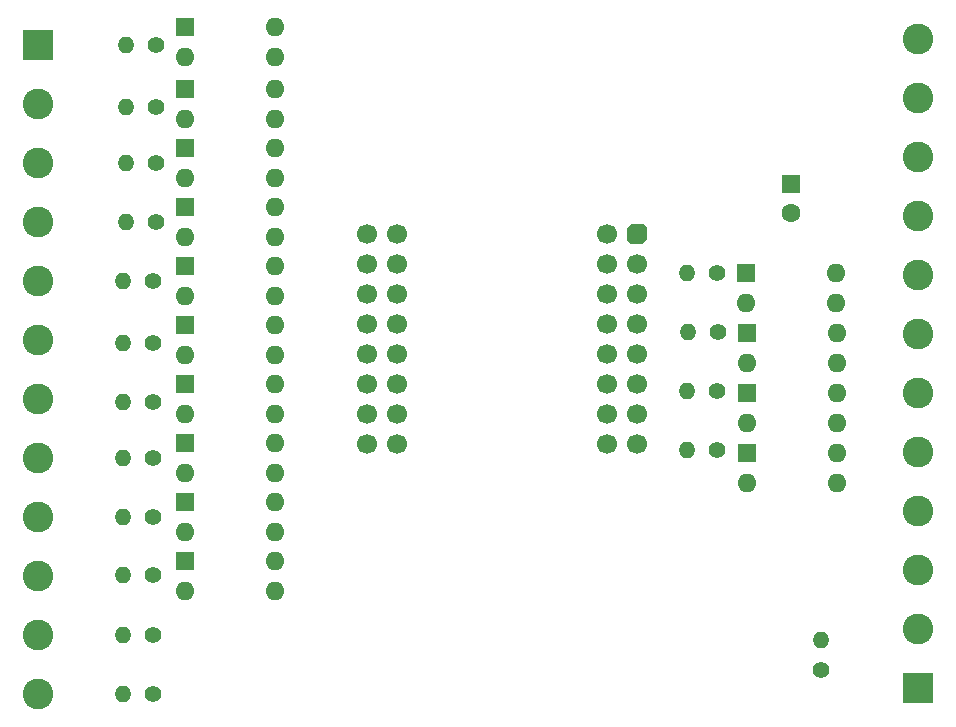
<source format=gbr>
%TF.GenerationSoftware,KiCad,Pcbnew,7.0.6*%
%TF.CreationDate,2023-09-04T23:14:40+02:00*%
%TF.ProjectId,ESP32RIO,45535033-3252-4494-9f2e-6b696361645f,rev?*%
%TF.SameCoordinates,Original*%
%TF.FileFunction,Soldermask,Bot*%
%TF.FilePolarity,Negative*%
%FSLAX46Y46*%
G04 Gerber Fmt 4.6, Leading zero omitted, Abs format (unit mm)*
G04 Created by KiCad (PCBNEW 7.0.6) date 2023-09-04 23:14:40*
%MOMM*%
%LPD*%
G01*
G04 APERTURE LIST*
G04 Aperture macros list*
%AMFreePoly0*
4,1,19,-0.850000,0.255000,-0.829726,0.408997,-0.770285,0.552500,-0.675729,0.675729,-0.552500,0.770285,-0.408997,0.829726,-0.255000,0.850000,0.510000,0.850000,0.850000,0.510000,0.850000,-0.255000,0.829726,-0.408997,0.770285,-0.552500,0.675729,-0.675729,0.552500,-0.770285,0.408997,-0.829726,0.255000,-0.850000,-0.510000,-0.850000,-0.850000,-0.510000,-0.850000,0.255000,-0.850000,0.255000,
$1*%
G04 Aperture macros list end*
%ADD10C,1.600000*%
%ADD11R,1.600000X1.600000*%
%ADD12O,1.600000X1.600000*%
%ADD13C,1.400000*%
%ADD14O,1.400000X1.400000*%
%ADD15R,2.600000X2.600000*%
%ADD16C,2.600000*%
%ADD17FreePoly0,180.000000*%
%ADD18C,1.700000*%
G04 APERTURE END LIST*
D10*
%TO.C,C4*%
X173250000Y-72000000D03*
D11*
X173250000Y-69500000D03*
%TD*%
%TO.C,U8*%
X121950000Y-91475000D03*
D12*
X121950000Y-94015000D03*
X129570000Y-94015000D03*
X129570000Y-91475000D03*
%TD*%
D11*
%TO.C,U4*%
X121950000Y-71475000D03*
D12*
X121950000Y-74015000D03*
X129570000Y-74015000D03*
X129570000Y-71475000D03*
%TD*%
D13*
%TO.C,R7*%
X119220000Y-88000000D03*
D14*
X116680000Y-88000000D03*
%TD*%
D13*
%TO.C,R3*%
X119470000Y-67750000D03*
D14*
X116930000Y-67750000D03*
%TD*%
D11*
%TO.C,U1*%
X121950000Y-56225000D03*
D12*
X121950000Y-58765000D03*
X129570000Y-58765000D03*
X129570000Y-56225000D03*
%TD*%
D13*
%TO.C,R11*%
X167002032Y-77102460D03*
D14*
X164462032Y-77102460D03*
%TD*%
D11*
%TO.C,U10*%
X121950000Y-101475000D03*
D12*
X121950000Y-104015000D03*
X129570000Y-104015000D03*
X129570000Y-101475000D03*
%TD*%
D11*
%TO.C,U14*%
X169482032Y-87234126D03*
D12*
X169482032Y-89774126D03*
X177102032Y-89774126D03*
X177102032Y-87234126D03*
%TD*%
D11*
%TO.C,U16*%
X169482032Y-92327459D03*
D12*
X169482032Y-94867459D03*
X177102032Y-94867459D03*
X177102032Y-92327459D03*
%TD*%
D13*
%TO.C,R13*%
X167002032Y-87102460D03*
D14*
X164462032Y-87102460D03*
%TD*%
D13*
%TO.C,R15*%
X175750000Y-110720000D03*
D14*
X175750000Y-108180000D03*
%TD*%
D13*
%TO.C,R6*%
X119220000Y-83000000D03*
D14*
X116680000Y-83000000D03*
%TD*%
D11*
%TO.C,U9*%
X121950000Y-96475000D03*
D12*
X121950000Y-99015000D03*
X129570000Y-99015000D03*
X129570000Y-96475000D03*
%TD*%
D13*
%TO.C,R4*%
X119470000Y-72750000D03*
D14*
X116930000Y-72750000D03*
%TD*%
D13*
%TO.C,R12*%
X167032032Y-82102460D03*
D14*
X164492032Y-82102460D03*
%TD*%
D13*
%TO.C,R9*%
X119220000Y-97750000D03*
D14*
X116680000Y-97750000D03*
%TD*%
D13*
%TO.C,R1*%
X119470000Y-57750000D03*
D14*
X116930000Y-57750000D03*
%TD*%
D13*
%TO.C,R10*%
X119220000Y-102669888D03*
D14*
X116680000Y-102669888D03*
%TD*%
D13*
%TO.C,R8*%
X119220000Y-92750000D03*
D14*
X116680000Y-92750000D03*
%TD*%
D11*
%TO.C,U12*%
X169462032Y-77047460D03*
D12*
X169462032Y-79587460D03*
X177082032Y-79587460D03*
X177082032Y-77047460D03*
%TD*%
D15*
%TO.C,J1*%
X184000000Y-112250000D03*
D16*
X184000000Y-107250000D03*
X184000000Y-102250000D03*
X184000000Y-97250000D03*
X184000000Y-92250000D03*
X184000000Y-87250000D03*
X184000000Y-82250000D03*
X184000000Y-77250000D03*
X184000000Y-72250000D03*
X184000000Y-67250000D03*
X184000000Y-62250000D03*
X184000000Y-57250000D03*
%TD*%
D13*
%TO.C,R17*%
X119220000Y-107750000D03*
D14*
X116680000Y-107750000D03*
%TD*%
D13*
%TO.C,R2*%
X119470000Y-63000000D03*
D14*
X116930000Y-63000000D03*
%TD*%
D13*
%TO.C,R16*%
X119220000Y-112750000D03*
D14*
X116680000Y-112750000D03*
%TD*%
D11*
%TO.C,U3*%
X121950000Y-66475000D03*
D12*
X121950000Y-69015000D03*
X129570000Y-69015000D03*
X129570000Y-66475000D03*
%TD*%
D11*
%TO.C,U13*%
X169482032Y-82140793D03*
D12*
X169482032Y-84680793D03*
X177102032Y-84680793D03*
X177102032Y-82140793D03*
%TD*%
D11*
%TO.C,U7*%
X121950000Y-86475000D03*
D12*
X121950000Y-89015000D03*
X129570000Y-89015000D03*
X129570000Y-86475000D03*
%TD*%
D13*
%TO.C,R5*%
X119220000Y-77750000D03*
D14*
X116680000Y-77750000D03*
%TD*%
D11*
%TO.C,U5*%
X121950000Y-76475000D03*
D12*
X121950000Y-79015000D03*
X129570000Y-79015000D03*
X129570000Y-76475000D03*
%TD*%
D11*
%TO.C,U6*%
X121950000Y-81475000D03*
D12*
X121950000Y-84015000D03*
X129570000Y-84015000D03*
X129570000Y-81475000D03*
%TD*%
D13*
%TO.C,R14*%
X167002032Y-92102460D03*
D14*
X164462032Y-92102460D03*
%TD*%
D11*
%TO.C,U2*%
X121950000Y-61475000D03*
D12*
X121950000Y-64015000D03*
X129570000Y-64015000D03*
X129570000Y-61475000D03*
%TD*%
D15*
%TO.C,J2*%
X109500000Y-57750000D03*
D16*
X109500000Y-62750000D03*
X109500000Y-67750000D03*
X109500000Y-72750000D03*
X109500000Y-77750000D03*
X109500000Y-82750000D03*
X109500000Y-87750000D03*
X109500000Y-92750000D03*
X109500000Y-97750000D03*
X109500000Y-102750000D03*
X109500000Y-107750000D03*
X109500000Y-112750000D03*
%TD*%
D17*
%TO.C,U11*%
X160162500Y-73805000D03*
D18*
X160162500Y-76345000D03*
X160162500Y-78885000D03*
X160162500Y-81425000D03*
X160162500Y-83965000D03*
X160162500Y-86505000D03*
X160162500Y-89045000D03*
X160162500Y-91585000D03*
X137302500Y-91585000D03*
X137302500Y-89045000D03*
X137302500Y-86505000D03*
X137302500Y-83965000D03*
X137302500Y-81425000D03*
X137302500Y-78885000D03*
X137302500Y-76345000D03*
X137302500Y-73805000D03*
X157622500Y-73805000D03*
X157622500Y-76345000D03*
X157622500Y-78885000D03*
X157622500Y-81425000D03*
X157622500Y-83965000D03*
X157622500Y-86505000D03*
X157622500Y-89045000D03*
X157622500Y-91585000D03*
X139842500Y-91585000D03*
X139842500Y-89045000D03*
X139842500Y-86505000D03*
X139842500Y-83965000D03*
X139842500Y-81425000D03*
X139842500Y-78885000D03*
X139842500Y-76345000D03*
X139842500Y-73805000D03*
%TD*%
M02*

</source>
